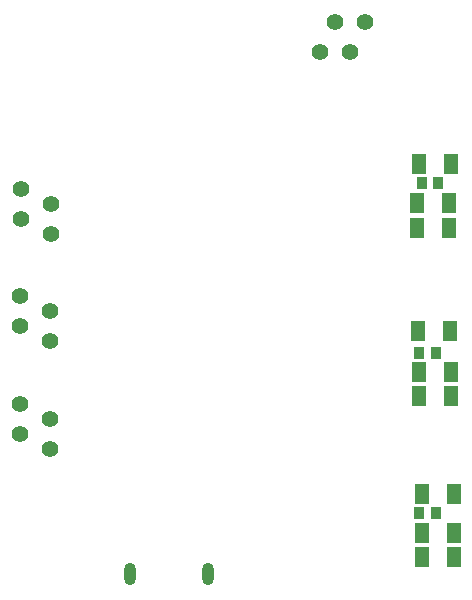
<source format=gbs>
G04*
G04 #@! TF.GenerationSoftware,Altium Limited,Altium Designer,21.9.2 (33)*
G04*
G04 Layer_Color=16711935*
%FSLAX25Y25*%
%MOIN*%
G70*
G04*
G04 #@! TF.SameCoordinates,51F14C3D-0984-4349-87D4-3E8860FF880C*
G04*
G04*
G04 #@! TF.FilePolarity,Negative*
G04*
G01*
G75*
%ADD43R,0.03543X0.03937*%
%ADD57C,0.05512*%
%ADD58C,0.00394*%
%ADD59O,0.03937X0.07480*%
%ADD72R,0.04724X0.07087*%
D43*
X147244Y26378D02*
D03*
X141732D02*
D03*
X147244Y79921D02*
D03*
X141732D02*
D03*
X148031Y136614D02*
D03*
X142520D02*
D03*
D57*
X18898Y119528D02*
D03*
Y129528D02*
D03*
X8898Y124528D02*
D03*
Y134528D02*
D03*
X18661Y83976D02*
D03*
X8661Y98976D02*
D03*
X18661Y93976D02*
D03*
X8661Y88976D02*
D03*
X123779Y190157D02*
D03*
X118780Y180157D02*
D03*
X113779Y190157D02*
D03*
X108780Y180157D02*
D03*
X18504Y47874D02*
D03*
X8504Y62874D02*
D03*
X18504Y57874D02*
D03*
X8504Y52874D02*
D03*
D58*
X11811Y114016D02*
D03*
X11575Y78465D02*
D03*
X103268Y187244D02*
D03*
X11417Y42362D02*
D03*
D59*
X71260Y6004D02*
D03*
X45276D02*
D03*
D72*
X151772Y121653D02*
D03*
X141142D02*
D03*
X153347Y32677D02*
D03*
X142717D02*
D03*
X151969Y87008D02*
D03*
X141339D02*
D03*
X151772Y129921D02*
D03*
X141142D02*
D03*
X153347Y11811D02*
D03*
X142717D02*
D03*
X152165Y142913D02*
D03*
X141535D02*
D03*
X152165Y73622D02*
D03*
X141535D02*
D03*
X152165Y65354D02*
D03*
X141535D02*
D03*
X153347Y19685D02*
D03*
X142717D02*
D03*
M02*

</source>
